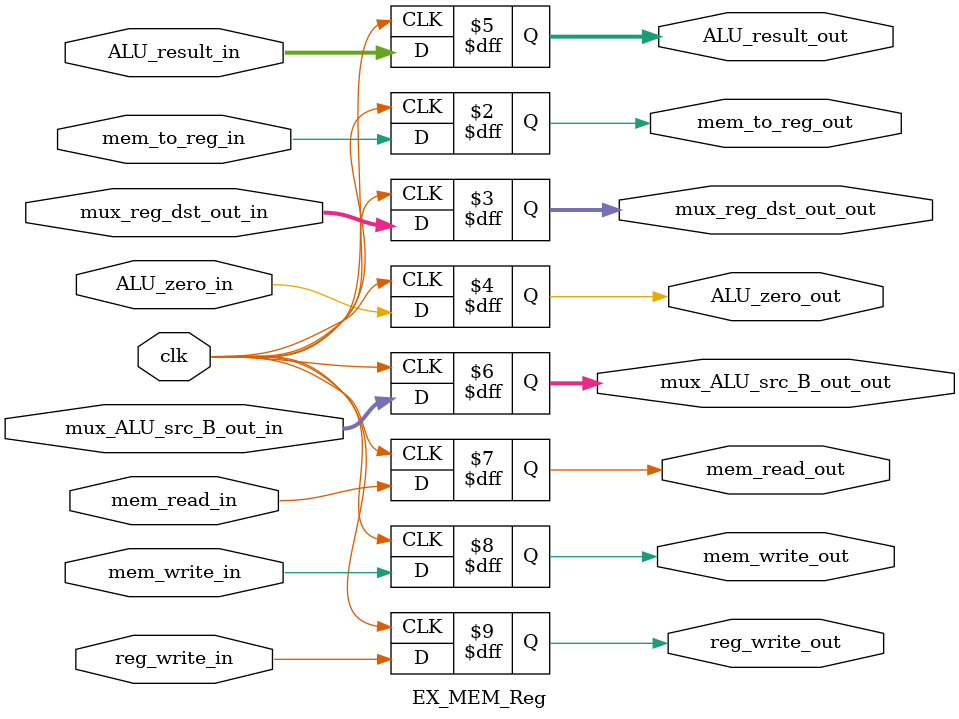
<source format=v>
module EX_MEM_Reg(clk ,  mem_write_in , mem_read_in , reg_write_in ,
                    mem_to_reg_in ,  mux_reg_dst_out_in , ALU_zero_in ,
                    ALU_result_in , mux_ALU_src_B_out_in , mem_write_out ,
                    mem_read_out , reg_write_out , mem_to_reg_out ,
                    mux_reg_dst_out_out , ALU_zero_out , ALU_result_out,
                    mux_ALU_src_B_out_out);
                    
    input clk;
    input mem_to_reg_in;
    output reg mem_to_reg_out;

    input [4:0] mux_reg_dst_out_in;
    output reg [4:0] mux_reg_dst_out_out;

    input ALU_zero_in;
    input [31:0] ALU_result_in;
    output reg ALU_zero_out;
    output reg [31:0] ALU_result_out;

    input [31:0] mux_ALU_src_B_out_in;
    output reg [31:0] mux_ALU_src_B_out_out;
    
    input mem_read_in, mem_write_in;
    output reg mem_read_out, mem_write_out;

    input reg_write_in;
    output reg reg_write_out;

    always @(posedge clk) begin

        mem_write_out <= mem_write_in;
        mem_read_out <= mem_read_in;
        reg_write_out <= reg_write_in;  
        mem_to_reg_out <= mem_to_reg_in;
        mux_reg_dst_out_out <= mux_reg_dst_out_in;
        ALU_zero_out <= ALU_zero_in;
        ALU_result_out <= ALU_result_in;
        mux_ALU_src_B_out_out <= mux_ALU_src_B_out_in;
    
    end
endmodule

</source>
